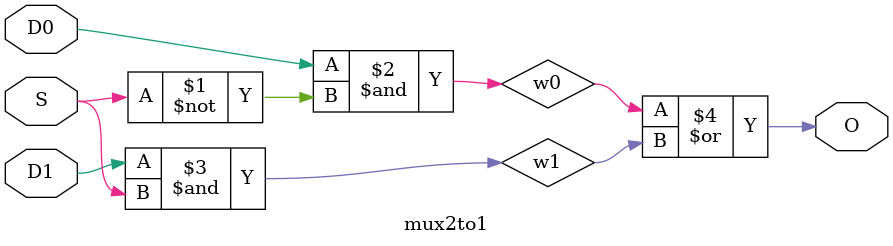
<source format=v>
module mux2to1(   
    input D0,D1,
    input  S,
    output O
    );
    wire w0,w1;
    assign w0=D0&~S;
    assign w1=D1&S;
    assign O= w0|w1;
endmodule
</source>
